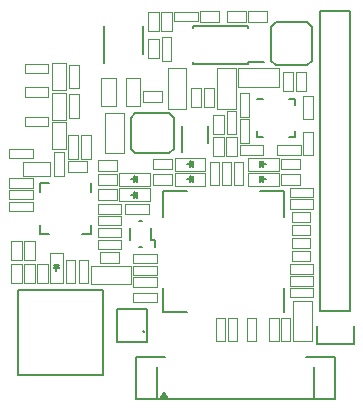
<source format=gto>
G04 #@! TF.FileFunction,Legend,Top*
%FSLAX46Y46*%
G04 Gerber Fmt 4.6, Leading zero omitted, Abs format (unit mm)*
G04 Created by KiCad (PCBNEW 4.0.2+dfsg1-stable) date Mo 22 Aug 2016 02:39:07 CEST*
%MOMM*%
G01*
G04 APERTURE LIST*
%ADD10C,0.100000*%
%ADD11C,0.150000*%
%ADD12C,0.200000*%
G04 APERTURE END LIST*
D10*
X66750000Y-102150000D02*
X66750000Y-103750000D01*
X66750000Y-103750000D02*
X65850000Y-103750000D01*
X65850000Y-103750000D02*
X65850000Y-102150000D01*
X65850000Y-102150000D02*
X66750000Y-102150000D01*
D11*
X58945711Y-118600000D02*
G75*
G03X58945711Y-118600000I-70711J0D01*
G01*
D12*
X59100000Y-116700000D02*
X56600000Y-116700000D01*
X56600000Y-116700000D02*
X56600000Y-119500000D01*
X56600000Y-119500000D02*
X59100000Y-119500000D01*
X59100000Y-119500000D02*
X59200000Y-119500000D01*
X59200000Y-119500000D02*
X59200000Y-116700000D01*
X59200000Y-116700000D02*
X59100000Y-116700000D01*
D10*
X66700000Y-99900000D02*
X66700000Y-101900000D01*
X66700000Y-101900000D02*
X65900000Y-101900000D01*
X65900000Y-101900000D02*
X65900000Y-99900000D01*
X65900000Y-99900000D02*
X66700000Y-99900000D01*
D11*
X71725000Y-98875000D02*
X71725000Y-99375000D01*
X68475000Y-102125000D02*
X68475000Y-101625000D01*
X71725000Y-102125000D02*
X71725000Y-101625000D01*
X68475000Y-98875000D02*
X68975000Y-98875000D01*
X68475000Y-102125000D02*
X68975000Y-102125000D01*
X71725000Y-102125000D02*
X71225000Y-102125000D01*
X71725000Y-98875000D02*
X71225000Y-98875000D01*
D10*
X66900000Y-96300000D02*
X66900000Y-97900000D01*
X66900000Y-97900000D02*
X70300000Y-97900000D01*
X70300000Y-97900000D02*
X70300000Y-96300000D01*
X70300000Y-96300000D02*
X66900000Y-96300000D01*
D11*
X58850000Y-95125000D02*
X58850000Y-92675000D01*
X55550000Y-95850000D02*
X55550000Y-92675000D01*
D10*
X61200000Y-93650000D02*
X61200000Y-95650000D01*
X61200000Y-95650000D02*
X60400000Y-95650000D01*
X60400000Y-95650000D02*
X60400000Y-93650000D01*
X60400000Y-93650000D02*
X61200000Y-93650000D01*
D11*
X67725000Y-95925000D02*
X67725000Y-95725000D01*
X63075000Y-95925000D02*
X63075000Y-95725000D01*
X63075000Y-92675000D02*
X63075000Y-92875000D01*
X67725000Y-92675000D02*
X67725000Y-92875000D01*
X67725000Y-95925000D02*
X63075000Y-95925000D01*
X67725000Y-92675000D02*
X63075000Y-92675000D01*
X67725000Y-95725000D02*
X69075000Y-95725000D01*
D10*
X59250000Y-95450000D02*
X59250000Y-93850000D01*
X59250000Y-93850000D02*
X60150000Y-93850000D01*
X60150000Y-93850000D02*
X60150000Y-95450000D01*
X60150000Y-95450000D02*
X59250000Y-95450000D01*
X60400000Y-99150000D02*
X58800000Y-99150000D01*
X58800000Y-99150000D02*
X58800000Y-98250000D01*
X58800000Y-98250000D02*
X60400000Y-98250000D01*
X60400000Y-98250000D02*
X60400000Y-99150000D01*
D12*
X55300000Y-122300000D02*
X55400000Y-122300000D01*
X55400000Y-122300000D02*
X55400000Y-122200000D01*
X48200000Y-122200000D02*
X48200000Y-122300000D01*
X48200000Y-122300000D02*
X48300000Y-122300000D01*
X48200000Y-115200000D02*
X48200000Y-115100000D01*
X48200000Y-115100000D02*
X48300000Y-115100000D01*
X55400000Y-115200000D02*
X55400000Y-115100000D01*
X55400000Y-115100000D02*
X55300000Y-115100000D01*
X48300000Y-122300000D02*
X55300000Y-122300000D01*
X55400000Y-122200000D02*
X55400000Y-115200000D01*
X55300000Y-115100000D02*
X48300000Y-115100000D01*
X48200000Y-115200000D02*
X48200000Y-122200000D01*
D10*
X49500000Y-107400000D02*
X47500000Y-107400000D01*
X47500000Y-107400000D02*
X47500000Y-106600000D01*
X47500000Y-106600000D02*
X49500000Y-106600000D01*
X49500000Y-106600000D02*
X49500000Y-107400000D01*
X71250000Y-107400000D02*
X73250000Y-107400000D01*
X73250000Y-107400000D02*
X73250000Y-108200000D01*
X73250000Y-108200000D02*
X71250000Y-108200000D01*
X71250000Y-108200000D02*
X71250000Y-107400000D01*
X52300000Y-114500000D02*
X52300000Y-112500000D01*
X52300000Y-112500000D02*
X53100000Y-112500000D01*
X53100000Y-112500000D02*
X53100000Y-114500000D01*
X53100000Y-114500000D02*
X52300000Y-114500000D01*
X49650000Y-110900000D02*
X49650000Y-112500000D01*
X49650000Y-112500000D02*
X48750000Y-112500000D01*
X48750000Y-112500000D02*
X48750000Y-110900000D01*
X48750000Y-110900000D02*
X49650000Y-110900000D01*
X52300000Y-98350000D02*
X52300000Y-100650000D01*
X52300000Y-100650000D02*
X51100000Y-100650000D01*
X51100000Y-100650000D02*
X51100000Y-98350000D01*
X51100000Y-98350000D02*
X52300000Y-98350000D01*
X59700000Y-103950000D02*
X61300000Y-103950000D01*
X61300000Y-103950000D02*
X61300000Y-104850000D01*
X61300000Y-104850000D02*
X59700000Y-104850000D01*
X59700000Y-104850000D02*
X59700000Y-103950000D01*
X57000000Y-111600000D02*
X55000000Y-111600000D01*
X55000000Y-111600000D02*
X55000000Y-110800000D01*
X55000000Y-110800000D02*
X57000000Y-110800000D01*
X57000000Y-110800000D02*
X57000000Y-111600000D01*
X49650000Y-112900000D02*
X49650000Y-114500000D01*
X49650000Y-114500000D02*
X48750000Y-114500000D01*
X48750000Y-114500000D02*
X48750000Y-112900000D01*
X48750000Y-112900000D02*
X49650000Y-112900000D01*
X48550000Y-112900000D02*
X48550000Y-114500000D01*
X48550000Y-114500000D02*
X47650000Y-114500000D01*
X47650000Y-114500000D02*
X47650000Y-112900000D01*
X47650000Y-112900000D02*
X48550000Y-112900000D01*
X50750000Y-112900000D02*
X50750000Y-114500000D01*
X50750000Y-114500000D02*
X49850000Y-114500000D01*
X49850000Y-114500000D02*
X49850000Y-112900000D01*
X49850000Y-112900000D02*
X50750000Y-112900000D01*
X48550000Y-110900000D02*
X48550000Y-112500000D01*
X48550000Y-112500000D02*
X47650000Y-112500000D01*
X47650000Y-112500000D02*
X47650000Y-110900000D01*
X47650000Y-110900000D02*
X48550000Y-110900000D01*
D11*
X54400000Y-110300000D02*
X53625000Y-110300000D01*
X50100000Y-106000000D02*
X50875000Y-106000000D01*
X50100000Y-110300000D02*
X50875000Y-110300000D01*
X54400000Y-106000000D02*
X54400000Y-106775000D01*
X50100000Y-106000000D02*
X50100000Y-106775000D01*
X50100000Y-110300000D02*
X50100000Y-109525000D01*
X54400000Y-110300000D02*
X54400000Y-109525000D01*
D10*
X56600000Y-107450000D02*
X55000000Y-107450000D01*
X55000000Y-107450000D02*
X55000000Y-106550000D01*
X55000000Y-106550000D02*
X56600000Y-106550000D01*
X56600000Y-106550000D02*
X56600000Y-107450000D01*
X56600000Y-106150000D02*
X55000000Y-106150000D01*
X55000000Y-106150000D02*
X55000000Y-105250000D01*
X55000000Y-105250000D02*
X56600000Y-105250000D01*
X56600000Y-105250000D02*
X56600000Y-106150000D01*
D11*
X64300000Y-102625000D02*
X64300000Y-101175000D01*
X62100000Y-103350000D02*
X62100000Y-101175000D01*
D10*
X61450000Y-91500000D02*
X63450000Y-91500000D01*
X63450000Y-91500000D02*
X63450000Y-92300000D01*
X63450000Y-92300000D02*
X61450000Y-92300000D01*
X61450000Y-92300000D02*
X61450000Y-91500000D01*
X62500000Y-96300000D02*
X60900000Y-96300000D01*
X60900000Y-96300000D02*
X60900000Y-99700000D01*
X60900000Y-99700000D02*
X62500000Y-99700000D01*
X62500000Y-99700000D02*
X62500000Y-96300000D01*
X57200000Y-100100000D02*
X55600000Y-100100000D01*
X55600000Y-100100000D02*
X55600000Y-103500000D01*
X55600000Y-103500000D02*
X57200000Y-103500000D01*
X57200000Y-103500000D02*
X57200000Y-100100000D01*
X67000000Y-100400000D02*
X67000000Y-98400000D01*
X67000000Y-98400000D02*
X67800000Y-98400000D01*
X67800000Y-98400000D02*
X67800000Y-100400000D01*
X67800000Y-100400000D02*
X67000000Y-100400000D01*
X67800000Y-100600000D02*
X67800000Y-102600000D01*
X67800000Y-102600000D02*
X67000000Y-102600000D01*
X67000000Y-102600000D02*
X67000000Y-100600000D01*
X67000000Y-100600000D02*
X67800000Y-100600000D01*
X72400000Y-100600000D02*
X72400000Y-98600000D01*
X72400000Y-98600000D02*
X73200000Y-98600000D01*
X73200000Y-98600000D02*
X73200000Y-100600000D01*
X73200000Y-100600000D02*
X72400000Y-100600000D01*
X69000000Y-103600000D02*
X67000000Y-103600000D01*
X67000000Y-103600000D02*
X67000000Y-102800000D01*
X67000000Y-102800000D02*
X69000000Y-102800000D01*
X69000000Y-102800000D02*
X69000000Y-103600000D01*
X70200000Y-102800000D02*
X72200000Y-102800000D01*
X72200000Y-102800000D02*
X72200000Y-103600000D01*
X72200000Y-103600000D02*
X70200000Y-103600000D01*
X70200000Y-103600000D02*
X70200000Y-102800000D01*
X73200000Y-101650000D02*
X73200000Y-103650000D01*
X73200000Y-103650000D02*
X72400000Y-103650000D01*
X72400000Y-103650000D02*
X72400000Y-101650000D01*
X72400000Y-101650000D02*
X73200000Y-101650000D01*
X49500000Y-106400000D02*
X47500000Y-106400000D01*
X47500000Y-106400000D02*
X47500000Y-105600000D01*
X47500000Y-105600000D02*
X49500000Y-105600000D01*
X49500000Y-105600000D02*
X49500000Y-106400000D01*
X49500000Y-108400000D02*
X47500000Y-108400000D01*
X47500000Y-108400000D02*
X47500000Y-107600000D01*
X47500000Y-107600000D02*
X49500000Y-107600000D01*
X49500000Y-107600000D02*
X49500000Y-108400000D01*
X57000000Y-108600000D02*
X55000000Y-108600000D01*
X55000000Y-108600000D02*
X55000000Y-107800000D01*
X55000000Y-107800000D02*
X57000000Y-107800000D01*
X57000000Y-107800000D02*
X57000000Y-108600000D01*
X57000000Y-109600000D02*
X55000000Y-109600000D01*
X55000000Y-109600000D02*
X55000000Y-108800000D01*
X55000000Y-108800000D02*
X57000000Y-108800000D01*
X57000000Y-108800000D02*
X57000000Y-109600000D01*
X49500000Y-103900000D02*
X47500000Y-103900000D01*
X47500000Y-103900000D02*
X47500000Y-103100000D01*
X47500000Y-103100000D02*
X49500000Y-103100000D01*
X49500000Y-103100000D02*
X49500000Y-103900000D01*
X51300000Y-105400000D02*
X51300000Y-103400000D01*
X51300000Y-103400000D02*
X52100000Y-103400000D01*
X52100000Y-103400000D02*
X52100000Y-105400000D01*
X52100000Y-105400000D02*
X51300000Y-105400000D01*
X53400000Y-114500000D02*
X53400000Y-112500000D01*
X53400000Y-112500000D02*
X54200000Y-112500000D01*
X54200000Y-112500000D02*
X54200000Y-114500000D01*
X54200000Y-114500000D02*
X53400000Y-114500000D01*
X50800000Y-101200000D02*
X48800000Y-101200000D01*
X48800000Y-101200000D02*
X48800000Y-100400000D01*
X48800000Y-100400000D02*
X50800000Y-100400000D01*
X50800000Y-100400000D02*
X50800000Y-101200000D01*
X52600000Y-100500000D02*
X52600000Y-98500000D01*
X52600000Y-98500000D02*
X53400000Y-98500000D01*
X53400000Y-98500000D02*
X53400000Y-100500000D01*
X53400000Y-100500000D02*
X52600000Y-100500000D01*
X50800000Y-98700000D02*
X48800000Y-98700000D01*
X48800000Y-98700000D02*
X48800000Y-97900000D01*
X48800000Y-97900000D02*
X50800000Y-97900000D01*
X50800000Y-97900000D02*
X50800000Y-98700000D01*
X52600000Y-98000000D02*
X52600000Y-96000000D01*
X52600000Y-96000000D02*
X53400000Y-96000000D01*
X53400000Y-96000000D02*
X53400000Y-98000000D01*
X53400000Y-98000000D02*
X52600000Y-98000000D01*
X50800000Y-96700000D02*
X48800000Y-96700000D01*
X48800000Y-96700000D02*
X48800000Y-95900000D01*
X48800000Y-95900000D02*
X50800000Y-95900000D01*
X50800000Y-95900000D02*
X50800000Y-96700000D01*
X68400000Y-117400000D02*
X68400000Y-119400000D01*
X68400000Y-119400000D02*
X67600000Y-119400000D01*
X67600000Y-119400000D02*
X67600000Y-117400000D01*
X67600000Y-117400000D02*
X68400000Y-117400000D01*
X57300000Y-107800000D02*
X59300000Y-107800000D01*
X59300000Y-107800000D02*
X59300000Y-108600000D01*
X59300000Y-108600000D02*
X57300000Y-108600000D01*
X57300000Y-108600000D02*
X57300000Y-107800000D01*
X70300000Y-117400000D02*
X70300000Y-119400000D01*
X70300000Y-119400000D02*
X69500000Y-119400000D01*
X69500000Y-119400000D02*
X69500000Y-117400000D01*
X69500000Y-117400000D02*
X70300000Y-117400000D01*
X71300000Y-117400000D02*
X71300000Y-119400000D01*
X71300000Y-119400000D02*
X70500000Y-119400000D01*
X70500000Y-119400000D02*
X70500000Y-117400000D01*
X70500000Y-117400000D02*
X71300000Y-117400000D01*
X60000000Y-114800000D02*
X58000000Y-114800000D01*
X58000000Y-114800000D02*
X58000000Y-114000000D01*
X58000000Y-114000000D02*
X60000000Y-114000000D01*
X60000000Y-114000000D02*
X60000000Y-114800000D01*
X64500000Y-106200000D02*
X64500000Y-104200000D01*
X64500000Y-104200000D02*
X65300000Y-104200000D01*
X65300000Y-104200000D02*
X65300000Y-106200000D01*
X65300000Y-106200000D02*
X64500000Y-106200000D01*
X71250000Y-106400000D02*
X73250000Y-106400000D01*
X73250000Y-106400000D02*
X73250000Y-107200000D01*
X73250000Y-107200000D02*
X71250000Y-107200000D01*
X71250000Y-107200000D02*
X71250000Y-106400000D01*
X65800000Y-117400000D02*
X65800000Y-119400000D01*
X65800000Y-119400000D02*
X65000000Y-119400000D01*
X65000000Y-119400000D02*
X65000000Y-117400000D01*
X65000000Y-117400000D02*
X65800000Y-117400000D01*
X71250000Y-113900000D02*
X73250000Y-113900000D01*
X73250000Y-113900000D02*
X73250000Y-114700000D01*
X73250000Y-114700000D02*
X71250000Y-114700000D01*
X71250000Y-114700000D02*
X71250000Y-113900000D01*
X66500000Y-106200000D02*
X66500000Y-104200000D01*
X66500000Y-104200000D02*
X67300000Y-104200000D01*
X67300000Y-104200000D02*
X67300000Y-106200000D01*
X67300000Y-106200000D02*
X66500000Y-106200000D01*
X60000000Y-113800000D02*
X58000000Y-113800000D01*
X58000000Y-113800000D02*
X58000000Y-113000000D01*
X58000000Y-113000000D02*
X60000000Y-113000000D01*
X60000000Y-113000000D02*
X60000000Y-113800000D01*
X66800000Y-117400000D02*
X66800000Y-119400000D01*
X66800000Y-119400000D02*
X66000000Y-119400000D01*
X66000000Y-119400000D02*
X66000000Y-117400000D01*
X66000000Y-117400000D02*
X66800000Y-117400000D01*
X71250000Y-112900000D02*
X73250000Y-112900000D01*
X73250000Y-112900000D02*
X73250000Y-113700000D01*
X73250000Y-113700000D02*
X71250000Y-113700000D01*
X71250000Y-113700000D02*
X71250000Y-112900000D01*
X65500000Y-106200000D02*
X65500000Y-104200000D01*
X65500000Y-104200000D02*
X66300000Y-104200000D01*
X66300000Y-104200000D02*
X66300000Y-106200000D01*
X66300000Y-106200000D02*
X65500000Y-106200000D01*
X60000000Y-112800000D02*
X58000000Y-112800000D01*
X58000000Y-112800000D02*
X58000000Y-112000000D01*
X58000000Y-112000000D02*
X60000000Y-112000000D01*
X60000000Y-112000000D02*
X60000000Y-112800000D01*
X71250000Y-114900000D02*
X73250000Y-114900000D01*
X73250000Y-114900000D02*
X73250000Y-115700000D01*
X73250000Y-115700000D02*
X71250000Y-115700000D01*
X71250000Y-115700000D02*
X71250000Y-114900000D01*
X70300000Y-105150000D02*
X70300000Y-106250000D01*
X67700000Y-106250000D02*
X67700000Y-105150000D01*
X67700000Y-105150000D02*
X70300000Y-105150000D01*
X70300000Y-106250000D02*
X67700000Y-106250000D01*
D11*
X68800000Y-105700000D02*
X69250000Y-105700000D01*
X68750000Y-105450000D02*
X68750000Y-105950000D01*
X68750000Y-105700000D02*
X69000000Y-105450000D01*
X69000000Y-105450000D02*
X69000000Y-105950000D01*
X69000000Y-105950000D02*
X68750000Y-105700000D01*
D10*
X70300000Y-103850000D02*
X70300000Y-104950000D01*
X67700000Y-104950000D02*
X67700000Y-103850000D01*
X67700000Y-103850000D02*
X70300000Y-103850000D01*
X70300000Y-104950000D02*
X67700000Y-104950000D01*
D11*
X68800000Y-104400000D02*
X69250000Y-104400000D01*
X68750000Y-104150000D02*
X68750000Y-104650000D01*
X68750000Y-104400000D02*
X69000000Y-104150000D01*
X69000000Y-104150000D02*
X69000000Y-104650000D01*
X69000000Y-104650000D02*
X68750000Y-104400000D01*
D10*
X61500000Y-104950000D02*
X61500000Y-103850000D01*
X64100000Y-103850000D02*
X64100000Y-104950000D01*
X64100000Y-104950000D02*
X61500000Y-104950000D01*
X61500000Y-103850000D02*
X64100000Y-103850000D01*
D11*
X63000000Y-104400000D02*
X62550000Y-104400000D01*
X63050000Y-104650000D02*
X63050000Y-104150000D01*
X63050000Y-104400000D02*
X62800000Y-104650000D01*
X62800000Y-104650000D02*
X62800000Y-104150000D01*
X62800000Y-104150000D02*
X63050000Y-104400000D01*
D10*
X61500000Y-106250000D02*
X61500000Y-105150000D01*
X64100000Y-105150000D02*
X64100000Y-106250000D01*
X64100000Y-106250000D02*
X61500000Y-106250000D01*
X61500000Y-105150000D02*
X64100000Y-105150000D01*
D11*
X63000000Y-105700000D02*
X62550000Y-105700000D01*
X63050000Y-105950000D02*
X63050000Y-105450000D01*
X63050000Y-105700000D02*
X62800000Y-105950000D01*
X62800000Y-105950000D02*
X62800000Y-105450000D01*
X62800000Y-105450000D02*
X63050000Y-105700000D01*
D10*
X52050000Y-114500000D02*
X50950000Y-114500000D01*
X50950000Y-111900000D02*
X52050000Y-111900000D01*
X52050000Y-111900000D02*
X52050000Y-114500000D01*
X50950000Y-114500000D02*
X50950000Y-111900000D01*
D11*
X51500000Y-113000000D02*
X51500000Y-113450000D01*
X51750000Y-112950000D02*
X51250000Y-112950000D01*
X51500000Y-112950000D02*
X51750000Y-113200000D01*
X51750000Y-113200000D02*
X51250000Y-113200000D01*
X51250000Y-113200000D02*
X51500000Y-112950000D01*
D10*
X52300000Y-100850000D02*
X52300000Y-103150000D01*
X52300000Y-103150000D02*
X51100000Y-103150000D01*
X51100000Y-103150000D02*
X51100000Y-100850000D01*
X51100000Y-100850000D02*
X52300000Y-100850000D01*
X52300000Y-95850000D02*
X52300000Y-98150000D01*
X52300000Y-98150000D02*
X51100000Y-98150000D01*
X51100000Y-98150000D02*
X51100000Y-95850000D01*
X51100000Y-95850000D02*
X52300000Y-95850000D01*
X59250000Y-93150000D02*
X59250000Y-91550000D01*
X59250000Y-91550000D02*
X60150000Y-91550000D01*
X60150000Y-91550000D02*
X60150000Y-93150000D01*
X60150000Y-93150000D02*
X59250000Y-93150000D01*
X61250000Y-91550000D02*
X61250000Y-93150000D01*
X61250000Y-93150000D02*
X60350000Y-93150000D01*
X60350000Y-93150000D02*
X60350000Y-91550000D01*
X60350000Y-91550000D02*
X61250000Y-91550000D01*
X71550000Y-96600000D02*
X71550000Y-98200000D01*
X71550000Y-98200000D02*
X70650000Y-98200000D01*
X70650000Y-98200000D02*
X70650000Y-96600000D01*
X70650000Y-96600000D02*
X71550000Y-96600000D01*
X71750000Y-98200000D02*
X71750000Y-96600000D01*
X71750000Y-96600000D02*
X72650000Y-96600000D01*
X72650000Y-96600000D02*
X72650000Y-98200000D01*
X72650000Y-98200000D02*
X71750000Y-98200000D01*
X64850000Y-98000000D02*
X64850000Y-99600000D01*
X64850000Y-99600000D02*
X63950000Y-99600000D01*
X63950000Y-99600000D02*
X63950000Y-98000000D01*
X63950000Y-98000000D02*
X64850000Y-98000000D01*
X65650000Y-100250000D02*
X65650000Y-101850000D01*
X65650000Y-101850000D02*
X64750000Y-101850000D01*
X64750000Y-101850000D02*
X64750000Y-100250000D01*
X64750000Y-100250000D02*
X65650000Y-100250000D01*
X72100000Y-106150000D02*
X70500000Y-106150000D01*
X70500000Y-106150000D02*
X70500000Y-105250000D01*
X70500000Y-105250000D02*
X72100000Y-105250000D01*
X72100000Y-105250000D02*
X72100000Y-106150000D01*
X59700000Y-105250000D02*
X61300000Y-105250000D01*
X61300000Y-105250000D02*
X61300000Y-106150000D01*
X61300000Y-106150000D02*
X59700000Y-106150000D01*
X59700000Y-106150000D02*
X59700000Y-105250000D01*
X71400000Y-111750000D02*
X73000000Y-111750000D01*
X73000000Y-111750000D02*
X73000000Y-112650000D01*
X73000000Y-112650000D02*
X71400000Y-112650000D01*
X71400000Y-112650000D02*
X71400000Y-111750000D01*
X71400000Y-110650000D02*
X73000000Y-110650000D01*
X73000000Y-110650000D02*
X73000000Y-111550000D01*
X73000000Y-111550000D02*
X71400000Y-111550000D01*
X71400000Y-111550000D02*
X71400000Y-110650000D01*
X55000000Y-104050000D02*
X56600000Y-104050000D01*
X56600000Y-104050000D02*
X56600000Y-104950000D01*
X56600000Y-104950000D02*
X55000000Y-104950000D01*
X55000000Y-104950000D02*
X55000000Y-104050000D01*
X56500000Y-97150000D02*
X56500000Y-99450000D01*
X56500000Y-99450000D02*
X55300000Y-99450000D01*
X55300000Y-99450000D02*
X55300000Y-97150000D01*
X55300000Y-97150000D02*
X56500000Y-97150000D01*
X57400000Y-99450000D02*
X57400000Y-97150000D01*
X57400000Y-97150000D02*
X58600000Y-97150000D01*
X58600000Y-97150000D02*
X58600000Y-99450000D01*
X58600000Y-99450000D02*
X57400000Y-99450000D01*
X56800000Y-107550000D02*
X56800000Y-106450000D01*
X59400000Y-106450000D02*
X59400000Y-107550000D01*
X59400000Y-107550000D02*
X56800000Y-107550000D01*
X56800000Y-106450000D02*
X59400000Y-106450000D01*
D11*
X58300000Y-107000000D02*
X57850000Y-107000000D01*
X58350000Y-107250000D02*
X58350000Y-106750000D01*
X58350000Y-107000000D02*
X58100000Y-107250000D01*
X58100000Y-107250000D02*
X58100000Y-106750000D01*
X58100000Y-106750000D02*
X58350000Y-107000000D01*
D10*
X56800000Y-106250000D02*
X56800000Y-105150000D01*
X59400000Y-105150000D02*
X59400000Y-106250000D01*
X59400000Y-106250000D02*
X56800000Y-106250000D01*
X56800000Y-105150000D02*
X59400000Y-105150000D01*
D11*
X58300000Y-105700000D02*
X57850000Y-105700000D01*
X58350000Y-105950000D02*
X58350000Y-105450000D01*
X58350000Y-105700000D02*
X58100000Y-105950000D01*
X58100000Y-105950000D02*
X58100000Y-105450000D01*
X58100000Y-105450000D02*
X58350000Y-105700000D01*
D10*
X57000000Y-110600000D02*
X55000000Y-110600000D01*
X55000000Y-110600000D02*
X55000000Y-109800000D01*
X55000000Y-109800000D02*
X57000000Y-109800000D01*
X57000000Y-109800000D02*
X57000000Y-110600000D01*
X55200000Y-111850000D02*
X56800000Y-111850000D01*
X56800000Y-111850000D02*
X56800000Y-112750000D01*
X56800000Y-112750000D02*
X55200000Y-112750000D01*
X55200000Y-112750000D02*
X55200000Y-111850000D01*
X71500000Y-119400000D02*
X73100000Y-119400000D01*
X73100000Y-119400000D02*
X73100000Y-116000000D01*
X73100000Y-116000000D02*
X71500000Y-116000000D01*
X71500000Y-116000000D02*
X71500000Y-119400000D01*
X65100000Y-99700000D02*
X66700000Y-99700000D01*
X66700000Y-99700000D02*
X66700000Y-96300000D01*
X66700000Y-96300000D02*
X65100000Y-96300000D01*
X65100000Y-96300000D02*
X65100000Y-99700000D01*
X65250000Y-92350000D02*
X63650000Y-92350000D01*
X63650000Y-92350000D02*
X63650000Y-91450000D01*
X63650000Y-91450000D02*
X65250000Y-91450000D01*
X65250000Y-91450000D02*
X65250000Y-92350000D01*
X73000000Y-110450000D02*
X71400000Y-110450000D01*
X71400000Y-110450000D02*
X71400000Y-109550000D01*
X71400000Y-109550000D02*
X73000000Y-109550000D01*
X73000000Y-109550000D02*
X73000000Y-110450000D01*
D12*
X61430000Y-103110000D02*
X61040000Y-103500000D01*
X61430000Y-100490000D02*
X61040000Y-100100000D01*
X61430000Y-103110000D02*
X61430000Y-100490000D01*
X58160000Y-100100000D02*
X57770000Y-100490000D01*
X57770000Y-100490000D02*
X57770000Y-103110000D01*
X58160000Y-103500000D02*
X57770000Y-103110000D01*
X61040000Y-103500000D02*
X58160000Y-103500000D01*
X59600000Y-100100000D02*
X61040000Y-100100000D01*
X59600000Y-100100000D02*
X58160000Y-100100000D01*
D10*
X57800000Y-114600000D02*
X57800000Y-113000000D01*
X57800000Y-113000000D02*
X54400000Y-113000000D01*
X54400000Y-113000000D02*
X54400000Y-114600000D01*
X54400000Y-114600000D02*
X57800000Y-114600000D01*
X71400000Y-108450000D02*
X73000000Y-108450000D01*
X73000000Y-108450000D02*
X73000000Y-109350000D01*
X73000000Y-109350000D02*
X71400000Y-109350000D01*
X71400000Y-109350000D02*
X71400000Y-108450000D01*
X67750000Y-91450000D02*
X69350000Y-91450000D01*
X69350000Y-91450000D02*
X69350000Y-92350000D01*
X69350000Y-92350000D02*
X67750000Y-92350000D01*
X67750000Y-92350000D02*
X67750000Y-91450000D01*
X65950000Y-91450000D02*
X67550000Y-91450000D01*
X67550000Y-91450000D02*
X67550000Y-92350000D01*
X67550000Y-92350000D02*
X65950000Y-92350000D01*
X65950000Y-92350000D02*
X65950000Y-91450000D01*
X60000000Y-116100000D02*
X58000000Y-116100000D01*
X58000000Y-116100000D02*
X58000000Y-115300000D01*
X58000000Y-115300000D02*
X60000000Y-115300000D01*
X60000000Y-115300000D02*
X60000000Y-116100000D01*
D12*
X72710000Y-92370000D02*
X73100000Y-92760000D01*
X70090000Y-92370000D02*
X69700000Y-92760000D01*
X72710000Y-92370000D02*
X70090000Y-92370000D01*
X69700000Y-95640000D02*
X70090000Y-96030000D01*
X70090000Y-96030000D02*
X72710000Y-96030000D01*
X73100000Y-95640000D02*
X72710000Y-96030000D01*
X73100000Y-92760000D02*
X73100000Y-95640000D01*
X69700000Y-94200000D02*
X69700000Y-92760000D01*
X69700000Y-94200000D02*
X69700000Y-95640000D01*
X58250000Y-124300000D02*
X75050000Y-124300000D01*
X75050000Y-120700000D02*
X75050000Y-124300000D01*
X58250000Y-120700000D02*
X58250000Y-124300000D01*
X72650000Y-120700000D02*
X75050000Y-120700000D01*
X58250000Y-120700000D02*
X60650000Y-120700000D01*
X73300000Y-121600000D02*
X73300000Y-124300000D01*
X60600000Y-123800000D02*
X60800000Y-124300000D01*
X60600000Y-123800000D02*
X60400000Y-124300000D01*
X60600000Y-123800000D02*
X60600000Y-124300000D01*
X60600000Y-123800000D02*
X60950000Y-124300000D01*
X60250000Y-124300000D02*
X60600000Y-123800000D01*
X60000000Y-121600000D02*
X60000000Y-123000000D01*
X60000000Y-124300000D02*
X60000000Y-123000000D01*
D11*
X59800000Y-110800000D02*
X59800000Y-111400000D01*
X59500000Y-110800000D02*
X59800000Y-110800000D01*
X57700000Y-110800000D02*
X57700000Y-109800000D01*
X59500000Y-110800000D02*
X59500000Y-109800000D01*
X58500000Y-109200000D02*
X58700000Y-109200000D01*
X58700000Y-111400000D02*
X58500000Y-111400000D01*
X70750000Y-106700000D02*
X70750000Y-108900000D01*
X70750000Y-106700000D02*
X68750000Y-106700000D01*
X60550000Y-106700000D02*
X62550000Y-106700000D01*
X60550000Y-106700000D02*
X60550000Y-108900000D01*
X60550000Y-116900000D02*
X60550000Y-114900000D01*
X60550000Y-116900000D02*
X62550000Y-116900000D01*
X70750000Y-116900000D02*
X70750000Y-114900000D01*
D10*
X50950000Y-105400000D02*
X48650000Y-105400000D01*
X48650000Y-105400000D02*
X48650000Y-104200000D01*
X48650000Y-104200000D02*
X50950000Y-104200000D01*
X50950000Y-104200000D02*
X50950000Y-105400000D01*
D11*
X73830000Y-116830000D02*
X73830000Y-91430000D01*
X73830000Y-91430000D02*
X76370000Y-91430000D01*
X76370000Y-91430000D02*
X76370000Y-116830000D01*
X73550000Y-119650000D02*
X73550000Y-118100000D01*
X73830000Y-116830000D02*
X76370000Y-116830000D01*
X76650000Y-118100000D02*
X76650000Y-119650000D01*
X76650000Y-119650000D02*
X73550000Y-119650000D01*
D10*
X62850000Y-99600000D02*
X62850000Y-98000000D01*
X62850000Y-98000000D02*
X63750000Y-98000000D01*
X63750000Y-98000000D02*
X63750000Y-99600000D01*
X63750000Y-99600000D02*
X62850000Y-99600000D01*
X72100000Y-104850000D02*
X70500000Y-104850000D01*
X70500000Y-104850000D02*
X70500000Y-103950000D01*
X70500000Y-103950000D02*
X72100000Y-103950000D01*
X72100000Y-103950000D02*
X72100000Y-104850000D01*
X52500000Y-103950000D02*
X52500000Y-101950000D01*
X52500000Y-101950000D02*
X53300000Y-101950000D01*
X53300000Y-101950000D02*
X53300000Y-103950000D01*
X53300000Y-103950000D02*
X52500000Y-103950000D01*
X54400000Y-101950000D02*
X54400000Y-103950000D01*
X54400000Y-103950000D02*
X53600000Y-103950000D01*
X53600000Y-103950000D02*
X53600000Y-101950000D01*
X53600000Y-101950000D02*
X54400000Y-101950000D01*
X52450000Y-104150000D02*
X54050000Y-104150000D01*
X54050000Y-104150000D02*
X54050000Y-105050000D01*
X54050000Y-105050000D02*
X52450000Y-105050000D01*
X52450000Y-105050000D02*
X52450000Y-104150000D01*
X65650000Y-102150000D02*
X65650000Y-103750000D01*
X65650000Y-103750000D02*
X64750000Y-103750000D01*
X64750000Y-103750000D02*
X64750000Y-102150000D01*
X64750000Y-102150000D02*
X65650000Y-102150000D01*
M02*

</source>
